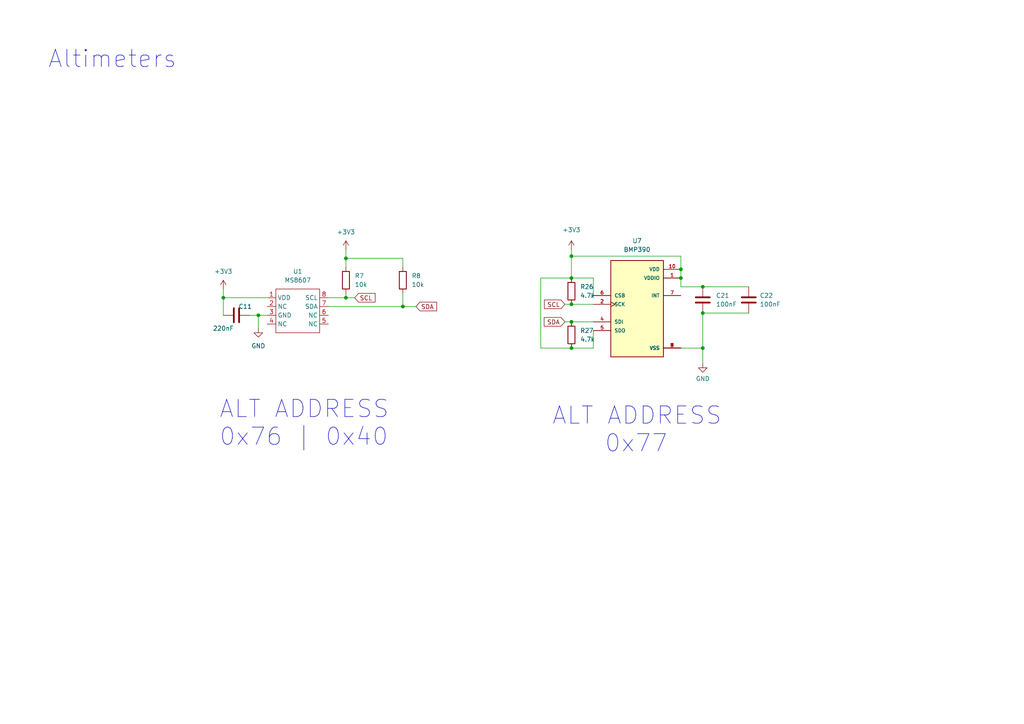
<source format=kicad_sch>
(kicad_sch (version 20211123) (generator eeschema)
  (paper "A4")
  (lib_symbols
    (symbol "BMP388:BMP388" (pin_names (offset 1.016))
      (property "Reference" "U" (at -7.62 15.2654 0))
      (property "Value" "BMP388" (at -7.62 -15.2654 0))
      (symbol "BMP388_0_0"
        (rectangle (start -7.62 -12.7) (end 7.62 15.24) (stroke (width 0.254)) (fill (type background)))
        (pin power_in line (at 12.7 10.16 180) (length 5.08) (name "VDDIO") (number "1"))
        (pin power_in line (at 12.7 12.7 180) (length 5.08) (name "VDD") (number "10"))
        (pin input clock (at -12.7 2.54 0) (length 5.08) (name "SCK") (number "2"))
        (pin power_in line (at 12.7 -10.16 180) (length 5.08) (name "VSS") (number "3"))
        (pin bidirectional line (at -12.7 -2.54 0) (length 5.08) (name "SDI") (number "4"))
        (pin bidirectional line (at -12.7 -5.08 0) (length 5.08) (name "SDO") (number "5"))
        (pin input line (at -12.7 5.08 0) (length 5.08) (name "CSB") (number "6"))
        (pin output line (at 12.7 5.08 180) (length 5.08) (name "INT") (number "7"))
        (pin power_in line (at 12.7 -10.16 180) (length 5.08) (name "VSS") (number "8"))
        (pin power_in line (at 12.7 -10.16 180) (length 5.08) (name "VSS") (number "9"))
      )
    )
    (symbol "Device:C" (pin_numbers hide) (pin_names (offset 0.254))
      (property "Reference" "C" (at 0.635 2.54 0))
      (property "Value" "C" (at 0.635 -2.54 0))
      (symbol "C_0_1"
        (polyline (pts (xy -2.032 -0.762) (xy 2.032 -0.762)) (stroke (width 0.508)))
        (polyline (pts (xy -2.032 0.762) (xy 2.032 0.762)) (stroke (width 0.508)))
      )
      (symbol "C_1_1"
        (pin passive line (at 0 3.81 270) (length 2.794) (name "~") (number "1"))
        (pin passive line (at 0 -3.81 90) (length 2.794) (name "~") (number "2"))
      )
    )
    (symbol "Device:R" (pin_numbers hide) (pin_names (offset 0))
      (property "Reference" "R" (at 2.032 0 90))
      (property "Value" "R" (at 0 0 90))
      (symbol "R_0_1"
        (rectangle (start -1.016 -2.54) (end 1.016 2.54) (stroke (width 0.254)))
      )
      (symbol "R_1_1"
        (pin passive line (at 0 3.81 270) (length 1.27) (name "~") (number "1"))
        (pin passive line (at 0 -3.81 90) (length 1.27) (name "~") (number "2"))
      )
    )
    (symbol "Global:MS8607"
      (property "Reference" "U" (at -7.62 7.62 0))
      (property "Value" "MS8607" (at 8.89 -8.89 0))
      (symbol "MS8607_0_1"
        (rectangle (start -5.08 6.35) (end 7.62 -6.35))
      )
      (symbol "MS8607_1_1"
        (pin input line (at -7.62 3.81 0) (length 2.54) (name "VDD") (number "1"))
        (pin input line (at -7.62 1.27 0) (length 2.54) (name "NC") (number "2"))
        (pin input line (at -7.62 -1.27 0) (length 2.54) (name "GND") (number "3"))
        (pin input line (at -7.62 -3.81 0) (length 2.54) (name "NC") (number "4"))
        (pin input line (at 10.16 -3.81 180) (length 2.54) (name "NC") (number "5"))
        (pin input line (at 10.16 -1.27 180) (length 2.54) (name "NC") (number "6"))
        (pin input line (at 10.16 1.27 180) (length 2.54) (name "SDA") (number "7"))
        (pin input line (at 10.16 3.81 180) (length 2.54) (name "SCL") (number "8"))
      )
    )
    (symbol "power:+3V3" (power) (pin_names (offset 0))
      (property "Value" "+3V3" (at 0 3.556 0))
      (symbol "+3V3_0_1"
        (polyline (pts (xy -0.762 1.27) (xy 0 2.54)))
        (polyline (pts (xy 0 0) (xy 0 2.54)))
        (polyline (pts (xy 0 2.54) (xy 0.762 1.27)))
      )
      (symbol "+3V3_1_1"
        (pin power_in line (at 0 0 90) (length 0) hide (name "+3V3") (number "1"))
      )
    )
    (symbol "power:GND" (power) (pin_names (offset 0))
      (property "Value" "GND" (at 0 -3.81 0))
      (symbol "GND_0_1"
        (polyline (pts (xy 0 0) (xy 0 -1.27) (xy 1.27 -1.27) (xy 0 -2.54) (xy -1.27 -1.27) (xy 0 -1.27)))
      )
      (symbol "GND_1_1"
        (pin power_in line (at 0 0 270) (length 0) hide (name "GND") (number "1"))
      )
    )
  )
  (junction (at 100.33 86.36))
  (junction (at 203.835 83.185))
  (junction (at 74.93 91.44))
  (junction (at 165.735 100.965))
  (junction (at 64.77 86.36))
  (junction (at 165.735 93.345))
  (junction (at 197.485 80.645))
  (junction (at 100.33 74.93))
  (junction (at 116.84 88.9))
  (junction (at 165.735 80.645))
  (junction (at 165.735 74.295))
  (junction (at 203.835 90.805))
  (junction (at 197.485 78.105))
  (junction (at 165.735 88.265))
  (junction (at 203.835 100.965))
  (wire (pts (xy 64.77 86.36) (xy 64.77 91.44)))
  (wire (pts (xy 197.485 83.185) (xy 203.835 83.185)))
  (wire (pts (xy 100.33 86.36) (xy 102.87 86.36)))
  (wire (pts (xy 197.485 78.105) (xy 197.485 74.295)))
  (wire (pts (xy 165.735 74.295) (xy 165.735 80.645)))
  (wire (pts (xy 74.93 91.44) (xy 77.47 91.44)))
  (wire (pts (xy 172.085 80.645) (xy 165.735 80.645)))
  (wire (pts (xy 165.735 72.39) (xy 165.735 74.295)))
  (wire (pts (xy 100.33 86.36) (xy 100.33 85.09)))
  (wire (pts (xy 172.085 95.885) (xy 172.085 100.965)))
  (wire (pts (xy 197.485 78.105) (xy 197.485 80.645)))
  (wire (pts (xy 100.33 74.93) (xy 100.33 77.47)))
  (wire (pts (xy 165.735 88.265) (xy 172.085 88.265)))
  (wire (pts (xy 203.835 90.805) (xy 217.17 90.805)))
  (wire (pts (xy 163.83 88.265) (xy 165.735 88.265)))
  (wire (pts (xy 165.735 93.345) (xy 172.085 93.345)))
  (wire (pts (xy 197.485 80.645) (xy 197.485 83.185)))
  (wire (pts (xy 203.835 83.185) (xy 217.17 83.185)))
  (wire (pts (xy 95.25 88.9) (xy 116.84 88.9)))
  (wire (pts (xy 116.84 85.09) (xy 116.84 88.9)))
  (wire (pts (xy 197.485 74.295) (xy 165.735 74.295)))
  (wire (pts (xy 64.77 83.82) (xy 64.77 86.36)))
  (wire (pts (xy 64.77 86.36) (xy 77.47 86.36)))
  (wire (pts (xy 203.835 100.965) (xy 203.835 105.41)))
  (wire (pts (xy 165.735 80.645) (xy 156.845 80.645)))
  (wire (pts (xy 116.84 77.47) (xy 116.84 74.93)))
  (wire (pts (xy 156.845 80.645) (xy 156.845 100.965)))
  (wire (pts (xy 197.485 100.965) (xy 203.835 100.965)))
  (wire (pts (xy 165.735 100.965) (xy 172.085 100.965)))
  (wire (pts (xy 74.93 91.44) (xy 74.93 95.25)))
  (wire (pts (xy 100.33 74.93) (xy 116.84 74.93)))
  (wire (pts (xy 203.835 90.805) (xy 203.835 100.965)))
  (wire (pts (xy 163.83 93.345) (xy 165.735 93.345)))
  (wire (pts (xy 95.25 86.36) (xy 100.33 86.36)))
  (wire (pts (xy 100.33 72.39) (xy 100.33 74.93)))
  (wire (pts (xy 172.085 85.725) (xy 172.085 80.645)))
  (wire (pts (xy 156.845 100.965) (xy 165.735 100.965)))
  (wire (pts (xy 116.84 88.9) (xy 120.65 88.9)))
  (wire (pts (xy 72.39 91.44) (xy 74.93 91.44)))
  (text "Altimeters\n" (at 13.8176 20.1676 0) (effects (font (size 5 5)) (justify left bottom)))
  (text "ALT ADDRESS\n    0x77\n " (at 160.02 139.7 0) (effects (font (size 5 5)) (justify left bottom)))
  (text "ALT ADDRESS\n0x76 | 0x40\n " (at 63.5 137.795 0) (effects (font (size 5 5)) (justify left bottom)))
  (global_label "SDA" (shape input) (at 120.65 88.9 0) (property "Intersheet References" "${INTERSHEET_REFS}" (effects hide)))
  (global_label "SCL" (shape input) (at 163.83 88.265 180) (property "Intersheet References" "${INTERSHEET_REFS}" (effects hide)))
  (global_label "SCL" (shape input) (at 102.87 86.36 0) (property "Intersheet References" "${INTERSHEET_REFS}" (effects hide)))
  (global_label "SDA" (shape input) (at 163.83 93.345 180) (property "Intersheet References" "${INTERSHEET_REFS}" (effects hide)))
  (symbol (lib_id "Device:R") (at 100.33 81.28 0) (unit 1)
    (property "Reference" "R7" (at 102.87 80.0099 0) (effects (justify left)))
    (property "Value" "10k" (at 102.87 82.5499 0) (effects (justify left)))
    (property "Footprint" "Resistor_SMD:R_0603_1608Metric" (effects hide))
  )
  (symbol (lib_id "Device:R") (at 165.735 84.455 0) (unit 1)
    (property "Reference" "R26" (at 168.275 83.1849 0) (effects (justify left)))
    (property "Value" "4.7k" (at 168.275 85.7249 0) (effects (justify left)))
    (property "Footprint" "Resistor_SMD:R_0603_1608Metric" (effects hide))
  )
  (symbol (lib_id "Device:C") (at 68.58 91.44 90) (unit 1)
    (property "Reference" "C11" (at 71.12 88.9 90))
    (property "Value" "220nF" (at 64.77 95.25 90))
    (property "Footprint" "Capacitor_SMD:C_0603_1608Metric" (effects hide))
  )
  (symbol (lib_id "power:+3V3") (at 100.33 72.39 0) (unit 1)
    (property "Reference" "#PWR0131" (effects hide))
    (property "Value" "+3V3" (at 100.33 67.31 0))
  )
  (symbol (lib_id "power:GND") (at 74.93 95.25 0) (unit 1)
    (property "Reference" "#PWR0170" (effects hide))
    (property "Value" "GND" (at 74.93 100.33 0))
  )
  (symbol (lib_id "Global:MS8607") (at 85.09 90.17 0) (unit 1)
    (property "Reference" "U1" (at 86.36 78.74 0))
    (property "Value" "MS8607" (at 86.36 81.28 0))
    (property "Footprint" "AVIONICS:MS860702BA01-50" (effects hide))
  )
  (symbol (lib_id "Device:C") (at 203.835 86.995 0) (unit 1)
    (property "Reference" "C21" (at 207.645 85.7249 0) (effects (justify left)))
    (property "Value" "100nF" (at 207.645 88.2649 0) (effects (justify left)))
    (property "Footprint" "Capacitor_SMD:C_0603_1608Metric" (effects hide))
  )
  (symbol (lib_id "power:+3V3") (at 64.77 83.82 0) (unit 1)
    (property "Reference" "#PWR0130" (effects hide))
    (property "Value" "+3V3" (at 64.77 78.74 0))
  )
  (symbol (lib_id "power:+3V3") (at 165.735 72.39 0) (unit 1)
    (property "Reference" "#PWR0132" (effects hide))
    (property "Value" "+3V3" (at 165.735 66.675 0))
  )
  (symbol (lib_id "Device:R") (at 116.84 81.28 0) (unit 1)
    (property "Reference" "R8" (at 119.38 80.0099 0) (effects (justify left)))
    (property "Value" "10k" (at 119.38 82.5499 0) (effects (justify left)))
    (property "Footprint" "Resistor_SMD:R_0603_1608Metric" (effects hide))
  )
  (symbol (lib_id "BMP388:BMP388") (at 184.785 90.805 0) (unit 1)
    (property "Reference" "U7" (at 184.785 69.85 0))
    (property "Value" "BMP390" (at 184.785 72.39 0))
    (property "Footprint" "MainBoard_FootPrints:PQFN50P200X200X80-10N" (effects hide))
    (property "PARTREV" "1.1" (effects hide))
    (property "MANUFACTURER" "BOSCH" (effects hide))
    (property "STANDARD" "IPC 7351B" (effects hide))
  )
  (symbol (lib_id "Device:R") (at 165.735 97.155 0) (unit 1)
    (property "Reference" "R27" (at 168.275 95.8849 0) (effects (justify left)))
    (property "Value" "4.7k" (at 168.275 98.4249 0) (effects (justify left)))
    (property "Footprint" "Resistor_SMD:R_0603_1608Metric" (effects hide))
  )
  (symbol (lib_id "Device:C") (at 217.17 86.995 0) (unit 1)
    (property "Reference" "C22" (at 220.345 85.7249 0) (effects (justify left)))
    (property "Value" "100nF" (at 220.345 88.2649 0) (effects (justify left)))
    (property "Footprint" "Capacitor_SMD:C_0603_1608Metric" (effects hide))
  )
  (symbol (lib_id "power:GND") (at 203.835 105.41 0) (unit 1)
    (property "Reference" "#PWR0163" (effects hide))
    (property "Value" "GND" (at 203.835 109.855 0))
  )
)
</source>
